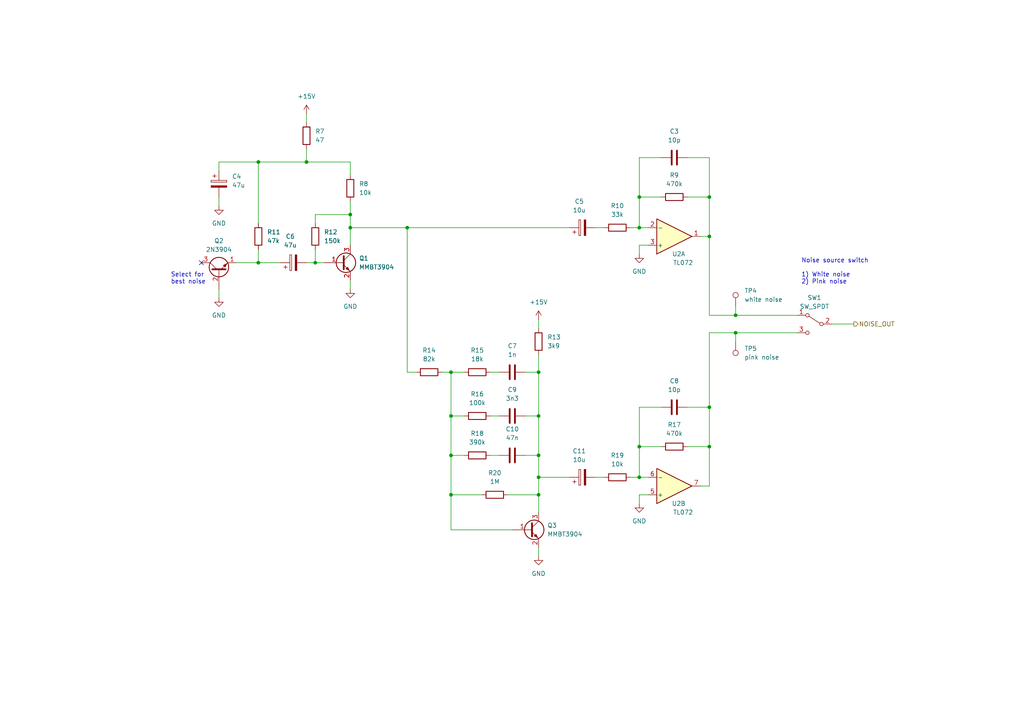
<source format=kicad_sch>
(kicad_sch (version 20230121) (generator eeschema)
  (paper "A4")
  (title_block (title "Josh Ox Ribbon Synth Sample and Hold Board") (date "2022-07-21") (rev "0") (comment 1 "creativecommons.org/licenses/by/4.0") (comment 2 "License: CC by 4.0") (comment 3 "Author: Jordan Aceto"))
  (lib_symbols
    (symbol "Amplifier_Operational:TL072" (pin_names (offset 0.127))
      (property "Reference" "U" (at 0 5.08 0))
      (property "Value" "TL072" (at 0 -5.08 0))
      (symbol "TL072_1_1"
        (polyline (pts (xy -5.08 5.08) (xy 5.08 0) (xy -5.08 -5.08) (xy -5.08 5.08)) (stroke (width 0.254)) (fill (type background)))
        (pin output line (at 7.62 0 180) (length 2.54) (name "~") (number "1"))
        (pin input line (at -7.62 -2.54 0) (length 2.54) (name "-") (number "2"))
        (pin input line (at -7.62 2.54 0) (length 2.54) (name "+") (number "3"))
      )
      (symbol "TL072_2_1"
        (polyline (pts (xy -5.08 5.08) (xy 5.08 0) (xy -5.08 -5.08) (xy -5.08 5.08)) (stroke (width 0.254)) (fill (type background)))
        (pin input line (at -7.62 2.54 0) (length 2.54) (name "+") (number "5"))
        (pin input line (at -7.62 -2.54 0) (length 2.54) (name "-") (number "6"))
        (pin output line (at 7.62 0 180) (length 2.54) (name "~") (number "7"))
      )
      (symbol "TL072_3_1"
        (pin power_in line (at -2.54 -7.62 90) (length 3.81) (name "V-") (number "4"))
        (pin power_in line (at -2.54 7.62 270) (length 3.81) (name "V+") (number "8"))
      )
    )
    (symbol "Connector:TestPoint" (pin_numbers hide) (pin_names (offset 0.762) hide)
      (property "Reference" "TP" (at 0 6.858 0))
      (property "Value" "TestPoint" (at 0 5.08 0))
      (symbol "TestPoint_0_1"
        (circle (center 0 3.302) (radius 0.762))
      )
      (symbol "TestPoint_1_1"
        (pin passive line (at 0 0 90) (length 2.54) (name "1") (number "1"))
      )
    )
    (symbol "Device:C" (pin_numbers hide) (pin_names (offset 0.254))
      (property "Reference" "C" (at 0.635 2.54 0))
      (property "Value" "C" (at 0.635 -2.54 0))
      (symbol "C_0_1"
        (polyline (pts (xy -2.032 -0.762) (xy 2.032 -0.762)) (stroke (width 0.508)))
        (polyline (pts (xy -2.032 0.762) (xy 2.032 0.762)) (stroke (width 0.508)))
      )
      (symbol "C_1_1"
        (pin passive line (at 0 3.81 270) (length 2.794) (name "~") (number "1"))
        (pin passive line (at 0 -3.81 90) (length 2.794) (name "~") (number "2"))
      )
    )
    (symbol "Device:C_Polarized" (pin_numbers hide) (pin_names (offset 0.254))
      (property "Reference" "C" (at 0.635 2.54 0))
      (property "Value" "C_Polarized" (at 0.635 -2.54 0))
      (symbol "C_Polarized_0_1"
        (rectangle (start -2.286 0.508) (end 2.286 1.016))
        (polyline (pts (xy -1.778 2.286) (xy -0.762 2.286)))
        (polyline (pts (xy -1.27 2.794) (xy -1.27 1.778)))
        (rectangle (start 2.286 -0.508) (end -2.286 -1.016) (fill (type outline)))
      )
      (symbol "C_Polarized_1_1"
        (pin passive line (at 0 3.81 270) (length 2.794) (name "~") (number "1"))
        (pin passive line (at 0 -3.81 90) (length 2.794) (name "~") (number "2"))
      )
    )
    (symbol "Device:R" (pin_numbers hide) (pin_names (offset 0))
      (property "Reference" "R" (at 2.032 0 90))
      (property "Value" "R" (at 0 0 90))
      (symbol "R_0_1"
        (rectangle (start -1.016 -2.54) (end 1.016 2.54) (stroke (width 0.254)))
      )
      (symbol "R_1_1"
        (pin passive line (at 0 3.81 270) (length 1.27) (name "~") (number "1"))
        (pin passive line (at 0 -3.81 90) (length 1.27) (name "~") (number "2"))
      )
    )
    (symbol "Switch:SW_SPDT" (pin_names (offset 0) hide)
      (property "Reference" "SW" (at 0 4.318 0))
      (property "Value" "SW_SPDT" (at 0 -5.08 0))
      (symbol "SW_SPDT_0_0"
        (circle (center -2.032 0) (radius 0.508))
        (circle (center 2.032 -2.54) (radius 0.508))
      )
      (symbol "SW_SPDT_0_1"
        (polyline (pts (xy -1.524 0.254) (xy 1.651 2.286)))
        (circle (center 2.032 2.54) (radius 0.508))
      )
      (symbol "SW_SPDT_1_1"
        (pin passive line (at 5.08 2.54 180) (length 2.54) (name "A") (number "1"))
        (pin passive line (at -5.08 0 0) (length 2.54) (name "B") (number "2"))
        (pin passive line (at 5.08 -2.54 180) (length 2.54) (name "C") (number "3"))
      )
    )
    (symbol "Transistor_BJT:2N3904" (pin_names (offset 0) hide)
      (property "Reference" "Q" (at 5.08 1.905 0))
      (property "Value" "2N3904" (at 5.08 0 0))
      (symbol "2N3904_0_1"
        (polyline (pts (xy 0.635 0.635) (xy 2.54 2.54)))
        (polyline (pts (xy 0.635 -0.635) (xy 2.54 -2.54) (xy 2.54 -2.54)))
        (polyline (pts (xy 0.635 1.905) (xy 0.635 -1.905) (xy 0.635 -1.905)) (stroke (width 0.508)))
        (polyline (pts (xy 1.27 -1.778) (xy 1.778 -1.27) (xy 2.286 -2.286) (xy 1.27 -1.778) (xy 1.27 -1.778)) (fill (type outline)))
        (circle (center 1.27 0) (radius 2.8194) (stroke (width 0.254)))
      )
      (symbol "2N3904_1_1"
        (pin passive line (at 2.54 -5.08 90) (length 2.54) (name "E") (number "1"))
        (pin passive line (at -5.08 0 0) (length 5.715) (name "B") (number "2"))
        (pin passive line (at 2.54 5.08 270) (length 2.54) (name "C") (number "3"))
      )
    )
    (symbol "Transistor_BJT:MMBT3904" (pin_names (offset 0) hide)
      (property "Reference" "Q" (at 5.08 1.905 0))
      (property "Value" "MMBT3904" (at 5.08 0 0))
      (symbol "MMBT3904_0_1"
        (polyline (pts (xy 0.635 0.635) (xy 2.54 2.54)))
        (polyline (pts (xy 0.635 -0.635) (xy 2.54 -2.54) (xy 2.54 -2.54)))
        (polyline (pts (xy 0.635 1.905) (xy 0.635 -1.905) (xy 0.635 -1.905)) (stroke (width 0.508)))
        (polyline (pts (xy 1.27 -1.778) (xy 1.778 -1.27) (xy 2.286 -2.286) (xy 1.27 -1.778) (xy 1.27 -1.778)) (fill (type outline)))
        (circle (center 1.27 0) (radius 2.8194) (stroke (width 0.254)))
      )
      (symbol "MMBT3904_1_1"
        (pin input line (at -5.08 0 0) (length 5.715) (name "B") (number "1"))
        (pin passive line (at 2.54 -5.08 90) (length 2.54) (name "E") (number "2"))
        (pin passive line (at 2.54 5.08 270) (length 2.54) (name "C") (number "3"))
      )
    )
    (symbol "power:+15V" (power) (pin_names (offset 0))
      (property "Value" "+15V" (at 0 3.556 0))
      (symbol "+15V_0_1"
        (polyline (pts (xy -0.762 1.27) (xy 0 2.54)))
        (polyline (pts (xy 0 0) (xy 0 2.54)))
        (polyline (pts (xy 0 2.54) (xy 0.762 1.27)))
      )
      (symbol "+15V_1_1"
        (pin power_in line (at 0 0 90) (length 0) hide (name "+15V") (number "1"))
      )
    )
    (symbol "power:GND" (power) (pin_names (offset 0))
      (property "Value" "GND" (at 0 -3.81 0))
      (symbol "GND_0_1"
        (polyline (pts (xy 0 0) (xy 0 -1.27) (xy 1.27 -1.27) (xy 0 -2.54) (xy -1.27 -1.27) (xy 0 -1.27)))
      )
      (symbol "GND_1_1"
        (pin power_in line (at 0 0 270) (length 0) hide (name "GND") (number "1"))
      )
    )
  )
  (junction (at 205.74 68.58))
  (junction (at 213.36 91.44))
  (junction (at 156.21 107.95))
  (junction (at 213.36 96.52))
  (junction (at 101.6 62.23))
  (junction (at 156.21 138.43))
  (junction (at 156.21 132.08))
  (junction (at 130.81 107.95))
  (junction (at 205.74 118.11))
  (junction (at 88.9 46.99))
  (junction (at 101.6 66.04))
  (junction (at 156.21 143.51))
  (junction (at 205.74 57.15))
  (junction (at 185.42 57.15))
  (junction (at 130.81 143.51))
  (junction (at 74.93 46.99))
  (junction (at 185.42 66.04))
  (junction (at 185.42 129.54))
  (junction (at 130.81 120.65))
  (junction (at 74.93 76.2))
  (junction (at 118.11 66.04))
  (junction (at 185.42 138.43))
  (junction (at 130.81 132.08))
  (junction (at 91.44 76.2))
  (junction (at 156.21 120.65))
  (junction (at 205.74 129.54))
  (no_connect (at 58.42 76.2))
  (wire (pts (xy 101.6 46.99) (xy 101.6 50.8)))
  (wire (pts (xy 130.81 132.08) (xy 134.62 132.08)))
  (wire (pts (xy 191.77 45.72) (xy 185.42 45.72)))
  (wire (pts (xy 213.36 99.06) (xy 213.36 96.52)))
  (wire (pts (xy 185.42 118.11) (xy 185.42 129.54)))
  (wire (pts (xy 205.74 118.11) (xy 205.74 129.54)))
  (wire (pts (xy 91.44 62.23) (xy 101.6 62.23)))
  (wire (pts (xy 185.42 129.54) (xy 191.77 129.54)))
  (wire (pts (xy 191.77 118.11) (xy 185.42 118.11)))
  (wire (pts (xy 185.42 57.15) (xy 191.77 57.15)))
  (wire (pts (xy 172.72 138.43) (xy 175.26 138.43)))
  (wire (pts (xy 205.74 57.15) (xy 205.74 68.58)))
  (wire (pts (xy 88.9 33.02) (xy 88.9 35.56)))
  (wire (pts (xy 118.11 66.04) (xy 165.1 66.04)))
  (wire (pts (xy 205.74 96.52) (xy 205.74 118.11)))
  (wire (pts (xy 172.72 66.04) (xy 175.26 66.04)))
  (wire (pts (xy 156.21 102.87) (xy 156.21 107.95)))
  (wire (pts (xy 156.21 92.71) (xy 156.21 95.25)))
  (wire (pts (xy 185.42 45.72) (xy 185.42 57.15)))
  (wire (pts (xy 91.44 64.77) (xy 91.44 62.23)))
  (wire (pts (xy 88.9 46.99) (xy 101.6 46.99)))
  (wire (pts (xy 147.32 143.51) (xy 156.21 143.51)))
  (wire (pts (xy 74.93 76.2) (xy 81.28 76.2)))
  (wire (pts (xy 199.39 129.54) (xy 205.74 129.54)))
  (wire (pts (xy 130.81 143.51) (xy 130.81 132.08)))
  (wire (pts (xy 185.42 71.12) (xy 187.96 71.12)))
  (wire (pts (xy 213.36 91.44) (xy 205.74 91.44)))
  (wire (pts (xy 185.42 66.04) (xy 185.42 57.15)))
  (wire (pts (xy 130.81 143.51) (xy 139.7 143.51)))
  (wire (pts (xy 118.11 66.04) (xy 118.11 107.95)))
  (wire (pts (xy 63.5 49.53) (xy 63.5 46.99)))
  (wire (pts (xy 130.81 107.95) (xy 134.62 107.95)))
  (wire (pts (xy 156.21 143.51) (xy 156.21 138.43)))
  (wire (pts (xy 156.21 132.08) (xy 156.21 120.65)))
  (wire (pts (xy 156.21 148.59) (xy 156.21 143.51)))
  (wire (pts (xy 199.39 45.72) (xy 205.74 45.72)))
  (wire (pts (xy 91.44 72.39) (xy 91.44 76.2)))
  (wire (pts (xy 142.24 120.65) (xy 144.78 120.65)))
  (wire (pts (xy 205.74 45.72) (xy 205.74 57.15)))
  (wire (pts (xy 120.65 107.95) (xy 118.11 107.95)))
  (wire (pts (xy 91.44 76.2) (xy 93.98 76.2)))
  (wire (pts (xy 101.6 81.28) (xy 101.6 83.82)))
  (wire (pts (xy 187.96 66.04) (xy 185.42 66.04)))
  (wire (pts (xy 101.6 58.42) (xy 101.6 62.23)))
  (wire (pts (xy 101.6 62.23) (xy 101.6 66.04)))
  (wire (pts (xy 101.6 66.04) (xy 101.6 71.12)))
  (wire (pts (xy 231.14 91.44) (xy 213.36 91.44)))
  (wire (pts (xy 241.3 93.98) (xy 247.65 93.98)))
  (wire (pts (xy 156.21 158.75) (xy 156.21 161.29)))
  (wire (pts (xy 63.5 57.15) (xy 63.5 59.69)))
  (wire (pts (xy 88.9 76.2) (xy 91.44 76.2)))
  (wire (pts (xy 156.21 120.65) (xy 156.21 107.95)))
  (wire (pts (xy 156.21 138.43) (xy 156.21 132.08)))
  (wire (pts (xy 182.88 138.43) (xy 185.42 138.43)))
  (wire (pts (xy 156.21 138.43) (xy 165.1 138.43)))
  (wire (pts (xy 185.42 138.43) (xy 185.42 129.54)))
  (wire (pts (xy 205.74 129.54) (xy 205.74 140.97)))
  (wire (pts (xy 130.81 153.67) (xy 148.59 153.67)))
  (wire (pts (xy 128.27 107.95) (xy 130.81 107.95)))
  (wire (pts (xy 130.81 153.67) (xy 130.81 143.51)))
  (wire (pts (xy 156.21 107.95) (xy 152.4 107.95)))
  (wire (pts (xy 74.93 46.99) (xy 88.9 46.99)))
  (wire (pts (xy 63.5 83.82) (xy 63.5 86.36)))
  (wire (pts (xy 205.74 68.58) (xy 203.2 68.58)))
  (wire (pts (xy 101.6 66.04) (xy 118.11 66.04)))
  (wire (pts (xy 205.74 140.97) (xy 203.2 140.97)))
  (wire (pts (xy 142.24 107.95) (xy 144.78 107.95)))
  (wire (pts (xy 185.42 73.66) (xy 185.42 71.12)))
  (wire (pts (xy 74.93 72.39) (xy 74.93 76.2)))
  (wire (pts (xy 187.96 138.43) (xy 185.42 138.43)))
  (wire (pts (xy 152.4 120.65) (xy 156.21 120.65)))
  (wire (pts (xy 74.93 64.77) (xy 74.93 46.99)))
  (wire (pts (xy 182.88 66.04) (xy 185.42 66.04)))
  (wire (pts (xy 142.24 132.08) (xy 144.78 132.08)))
  (wire (pts (xy 199.39 57.15) (xy 205.74 57.15)))
  (wire (pts (xy 213.36 88.9) (xy 213.36 91.44)))
  (wire (pts (xy 185.42 146.05) (xy 185.42 143.51)))
  (wire (pts (xy 205.74 91.44) (xy 205.74 68.58)))
  (wire (pts (xy 63.5 46.99) (xy 74.93 46.99)))
  (wire (pts (xy 199.39 118.11) (xy 205.74 118.11)))
  (wire (pts (xy 88.9 43.18) (xy 88.9 46.99)))
  (wire (pts (xy 130.81 120.65) (xy 134.62 120.65)))
  (wire (pts (xy 213.36 96.52) (xy 205.74 96.52)))
  (wire (pts (xy 152.4 132.08) (xy 156.21 132.08)))
  (wire (pts (xy 130.81 120.65) (xy 130.81 107.95)))
  (wire (pts (xy 74.93 76.2) (xy 68.58 76.2)))
  (wire (pts (xy 185.42 143.51) (xy 187.96 143.51)))
  (wire (pts (xy 130.81 132.08) (xy 130.81 120.65)))
  (wire (pts (xy 231.14 96.52) (xy 213.36 96.52)))
  (text "Noise source switch\n\n1) White noise\n2) Pink noise" (at 232.41 82.55 0) (effects (font (size 1.27 1.27)) (justify left bottom)))
  (text "Select for \nbest noise" (at 49.53 82.55 0) (effects (font (size 1.27 1.27)) (justify left bottom)))
  (hierarchical_label "NOISE_OUT" (shape output) (at 247.65 93.98 0))
  (symbol (lib_id "Connector:TestPoint") (at 213.36 99.06 180) (unit 1) (in_bom no)
    (property "Reference" "TP5" (at 215.9 101.0919 0) (effects (justify right)))
    (property "Value" "pink noise" (at 215.9 103.6319 0) (effects (justify right)))
    (property "Footprint" "TestPoint:TestPoint_Keystone_5000-5004_Miniature" (effects hide))
  )
  (symbol (lib_id "Device:R") (at 156.21 99.06 0) (unit 1)
    (property "Reference" "R13" (at 158.75 97.7899 0) (effects (justify left)))
    (property "Value" "3k9" (at 158.75 100.3299 0) (effects (justify left)))
    (property "Footprint" "Resistor_SMD:R_0805_2012Metric" (effects hide))
  )
  (symbol (lib_id "Device:R") (at 91.44 68.58 0) (unit 1)
    (property "Reference" "R12" (at 93.98 67.3099 0) (effects (justify left)))
    (property "Value" "150k" (at 93.98 69.8499 0) (effects (justify left)))
    (property "Footprint" "Resistor_SMD:R_0805_2012Metric" (effects hide))
  )
  (symbol (lib_id "Device:C_Polarized") (at 168.91 66.04 90) (unit 1)
    (property "Reference" "C5" (at 168.021 58.42 90))
    (property "Value" "10u" (at 168.021 60.96 90))
    (property "Footprint" "Capacitor_THT:CP_Radial_D6.3mm_P2.50mm" (effects hide))
  )
  (symbol (lib_id "Device:C") (at 148.59 107.95 90) (unit 1)
    (property "Reference" "C7" (at 148.59 100.33 90))
    (property "Value" "1n" (at 148.59 102.87 90))
    (property "Footprint" "Capacitor_SMD:C_0805_2012Metric" (effects hide))
  )
  (symbol (lib_id "Device:C_Polarized") (at 85.09 76.2 90) (unit 1)
    (property "Reference" "C6" (at 84.201 68.58 90))
    (property "Value" "47u" (at 84.201 71.12 90))
    (property "Footprint" "Capacitor_THT:CP_Radial_D6.3mm_P2.50mm" (effects hide))
  )
  (symbol (lib_id "Device:R") (at 179.07 66.04 90) (unit 1)
    (property "Reference" "R10" (at 179.07 59.69 90))
    (property "Value" "33k" (at 179.07 62.23 90))
    (property "Footprint" "Resistor_SMD:R_0805_2012Metric" (effects hide))
  )
  (symbol (lib_id "Device:R") (at 138.43 107.95 90) (unit 1)
    (property "Reference" "R15" (at 138.43 101.6 90))
    (property "Value" "18k" (at 138.43 104.14 90))
    (property "Footprint" "Resistor_SMD:R_0805_2012Metric" (effects hide))
  )
  (symbol (lib_id "Device:C") (at 195.58 45.72 90) (unit 1)
    (property "Reference" "C3" (at 195.58 38.1 90))
    (property "Value" "10p" (at 195.58 40.64 90))
    (property "Footprint" "Capacitor_SMD:C_0805_2012Metric" (effects hide))
  )
  (symbol (lib_id "Amplifier_Operational:TL072") (at 195.58 140.97 0) (mirror x) (unit 2)
    (property "Reference" "U2" (at 196.85 146.05 0))
    (property "Value" "TL072" (at 198.12 148.59 0))
    (property "Footprint" "Package_SO:SO-8_5.3x6.2mm_P1.27mm" (effects hide))
    (property "Datasheet" "http://www.ti.com/lit/ds/symlink/tl071.pdf" (effects hide))
  )
  (symbol (lib_id "power:GND") (at 185.42 146.05 0) (unit 1)
    (property "Reference" "#PWR015" (effects hide))
    (property "Value" "GND" (at 185.42 151.13 0))
  )
  (symbol (lib_id "Device:R") (at 88.9 39.37 0) (unit 1)
    (property "Reference" "R7" (at 91.44 38.0999 0) (effects (justify left)))
    (property "Value" "47" (at 91.44 40.6399 0) (effects (justify left)))
    (property "Footprint" "Resistor_SMD:R_0805_2012Metric" (effects hide))
  )
  (symbol (lib_id "power:GND") (at 63.5 86.36 0) (unit 1)
    (property "Reference" "#PWR013" (effects hide))
    (property "Value" "GND" (at 63.5 91.44 0))
  )
  (symbol (lib_id "Device:R") (at 195.58 129.54 90) (unit 1)
    (property "Reference" "R17" (at 195.58 123.19 90))
    (property "Value" "470k" (at 195.58 125.73 90))
    (property "Footprint" "Resistor_SMD:R_0805_2012Metric" (effects hide))
  )
  (symbol (lib_id "power:GND") (at 156.21 161.29 0) (unit 1)
    (property "Reference" "#PWR016" (effects hide))
    (property "Value" "GND" (at 156.21 166.37 0))
  )
  (symbol (lib_id "power:+15V") (at 88.9 33.02 0) (unit 1)
    (property "Reference" "#PWR09" (effects hide))
    (property "Value" "+15V" (at 88.9 27.94 0))
  )
  (symbol (lib_id "Device:C") (at 148.59 132.08 90) (unit 1)
    (property "Reference" "C10" (at 148.59 124.46 90))
    (property "Value" "47n" (at 148.59 127 90))
    (property "Footprint" "Capacitor_SMD:C_0805_2012Metric" (effects hide))
  )
  (symbol (lib_id "Transistor_BJT:MMBT3904") (at 99.06 76.2 0) (unit 1)
    (property "Reference" "Q1" (at 104.14 74.9299 0) (effects (justify left)))
    (property "Value" "MMBT3904" (at 104.14 77.4699 0) (effects (justify left)))
    (property "Footprint" "Package_TO_SOT_SMD:SOT-23" (effects hide))
    (property "Datasheet" "https://www.onsemi.com/pub/Collateral/2N3903-D.PDF" (effects hide))
  )
  (symbol (lib_id "power:GND") (at 63.5 59.69 0) (unit 1)
    (property "Reference" "#PWR010" (effects hide))
    (property "Value" "GND" (at 63.5 64.77 0))
  )
  (symbol (lib_id "Device:C_Polarized") (at 63.5 53.34 0) (unit 1)
    (property "Reference" "C4" (at 67.31 51.1809 0) (effects (justify left)))
    (property "Value" "47u" (at 67.31 53.7209 0) (effects (justify left)))
    (property "Footprint" "Capacitor_THT:CP_Radial_D6.3mm_P2.50mm" (effects hide))
  )
  (symbol (lib_id "Connector:TestPoint") (at 213.36 88.9 0) (unit 1) (in_bom no)
    (property "Reference" "TP4" (at 215.9 84.3279 0) (effects (justify left)))
    (property "Value" "white noise" (at 215.9 86.8679 0) (effects (justify left)))
    (property "Footprint" "TestPoint:TestPoint_Keystone_5000-5004_Miniature" (effects hide))
  )
  (symbol (lib_id "Device:R") (at 138.43 120.65 90) (unit 1)
    (property "Reference" "R16" (at 138.43 114.3 90))
    (property "Value" "100k" (at 138.43 116.84 90))
    (property "Footprint" "Resistor_SMD:R_0805_2012Metric" (effects hide))
  )
  (symbol (lib_id "Device:R") (at 143.51 143.51 90) (unit 1)
    (property "Reference" "R20" (at 143.51 137.16 90))
    (property "Value" "1M" (at 143.51 139.7 90))
    (property "Footprint" "Resistor_SMD:R_0805_2012Metric" (effects hide))
  )
  (symbol (lib_id "power:GND") (at 185.42 73.66 0) (unit 1)
    (property "Reference" "#PWR011" (effects hide))
    (property "Value" "GND" (at 185.42 78.74 0))
  )
  (symbol (lib_id "Device:R") (at 74.93 68.58 0) (unit 1)
    (property "Reference" "R11" (at 77.47 67.3099 0) (effects (justify left)))
    (property "Value" "47k" (at 77.47 69.8499 0) (effects (justify left)))
    (property "Footprint" "Resistor_SMD:R_0805_2012Metric" (effects hide))
  )
  (symbol (lib_id "Device:C") (at 148.59 120.65 90) (unit 1)
    (property "Reference" "C9" (at 148.59 113.03 90))
    (property "Value" "3n3" (at 148.59 115.57 90))
    (property "Footprint" "Capacitor_SMD:C_0805_2012Metric" (effects hide))
  )
  (symbol (lib_id "Device:R") (at 101.6 54.61 0) (unit 1)
    (property "Reference" "R8" (at 104.14 53.3399 0) (effects (justify left)))
    (property "Value" "10k" (at 104.14 55.8799 0) (effects (justify left)))
    (property "Footprint" "Resistor_SMD:R_0805_2012Metric" (effects hide))
  )
  (symbol (lib_id "Device:R") (at 179.07 138.43 90) (unit 1)
    (property "Reference" "R19" (at 179.07 132.08 90))
    (property "Value" "10k" (at 179.07 134.62 90))
    (property "Footprint" "Resistor_SMD:R_0805_2012Metric" (effects hide))
  )
  (symbol (lib_id "Device:C_Polarized") (at 168.91 138.43 90) (unit 1)
    (property "Reference" "C11" (at 168.021 130.81 90))
    (property "Value" "10u" (at 168.021 133.35 90))
    (property "Footprint" "Capacitor_THT:CP_Radial_D6.3mm_P2.50mm" (effects hide))
  )
  (symbol (lib_id "Device:C") (at 195.58 118.11 90) (unit 1)
    (property "Reference" "C8" (at 195.58 110.49 90))
    (property "Value" "10p" (at 195.58 113.03 90))
    (property "Footprint" "Capacitor_SMD:C_0805_2012Metric" (effects hide))
  )
  (symbol (lib_id "Switch:SW_SPDT") (at 236.22 93.98 0) (mirror y) (unit 1)
    (property "Reference" "SW1" (at 236.22 86.36 0))
    (property "Value" "SW_SPDT" (at 236.22 88.9 0))
    (property "Footprint" "custom_footprints:SPDT_mini_toggle" (effects hide))
  )
  (symbol (lib_id "Device:R") (at 138.43 132.08 90) (unit 1)
    (property "Reference" "R18" (at 138.43 125.73 90))
    (property "Value" "390k" (at 138.43 128.27 90))
    (property "Footprint" "Resistor_SMD:R_0805_2012Metric" (effects hide))
  )
  (symbol (lib_id "power:+15V") (at 156.21 92.71 0) (unit 1)
    (property "Reference" "#PWR014" (effects hide))
    (property "Value" "+15V" (at 156.21 87.63 0))
  )
  (symbol (lib_id "Device:R") (at 124.46 107.95 90) (unit 1)
    (property "Reference" "R14" (at 124.46 101.6 90))
    (property "Value" "82k" (at 124.46 104.14 90))
    (property "Footprint" "Resistor_SMD:R_0805_2012Metric" (effects hide))
  )
  (symbol (lib_id "Transistor_BJT:MMBT3904") (at 153.67 153.67 0) (unit 1)
    (property "Reference" "Q3" (at 158.75 152.3999 0) (effects (justify left)))
    (property "Value" "MMBT3904" (at 158.75 154.9399 0) (effects (justify left)))
    (property "Footprint" "Package_TO_SOT_SMD:SOT-23" (effects hide))
    (property "Datasheet" "https://www.onsemi.com/pub/Collateral/2N3903-D.PDF" (effects hide))
  )
  (symbol (lib_id "Amplifier_Operational:TL072") (at 195.58 68.58 0) (mirror x) (unit 1)
    (property "Reference" "U2" (at 196.85 73.66 0))
    (property "Value" "TL072" (at 198.12 76.2 0))
    (property "Footprint" "Package_SO:SO-8_5.3x6.2mm_P1.27mm" (effects hide))
    (property "Datasheet" "http://www.ti.com/lit/ds/symlink/tl071.pdf" (effects hide))
  )
  (symbol (lib_id "Transistor_BJT:2N3904") (at 63.5 78.74 90) (unit 1)
    (property "Reference" "Q2" (at 63.5 69.85 90))
    (property "Value" "2N3904" (at 63.5 72.39 90))
    (property "Footprint" "Package_TO_SOT_THT:TO-92_Inline_Wide" (effects hide))
    (property "Datasheet" "https://www.onsemi.com/pub/Collateral/2N3903-D.PDF" (effects hide))
  )
  (symbol (lib_id "power:GND") (at 101.6 83.82 0) (unit 1)
    (property "Reference" "#PWR012" (effects hide))
    (property "Value" "GND" (at 101.6 88.9 0))
  )
  (symbol (lib_id "Device:R") (at 195.58 57.15 90) (unit 1)
    (property "Reference" "R9" (at 195.58 50.8 90))
    (property "Value" "470k" (at 195.58 53.34 90))
    (property "Footprint" "Resistor_SMD:R_0805_2012Metric" (effects hide))
  )
)
</source>
